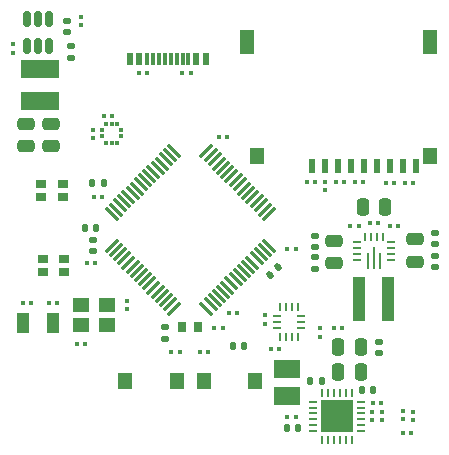
<source format=gbr>
%TF.GenerationSoftware,KiCad,Pcbnew,9.0.3*%
%TF.CreationDate,2025-11-29T09:23:08-06:00*%
%TF.ProjectId,zenith,7a656e69-7468-42e6-9b69-6361645f7063,rev?*%
%TF.SameCoordinates,Original*%
%TF.FileFunction,Paste,Top*%
%TF.FilePolarity,Positive*%
%FSLAX46Y46*%
G04 Gerber Fmt 4.6, Leading zero omitted, Abs format (unit mm)*
G04 Created by KiCad (PCBNEW 9.0.3) date 2025-11-29 09:23:08*
%MOMM*%
%LPD*%
G01*
G04 APERTURE LIST*
G04 Aperture macros list*
%AMRoundRect*
0 Rectangle with rounded corners*
0 $1 Rounding radius*
0 $2 $3 $4 $5 $6 $7 $8 $9 X,Y pos of 4 corners*
0 Add a 4 corners polygon primitive as box body*
4,1,4,$2,$3,$4,$5,$6,$7,$8,$9,$2,$3,0*
0 Add four circle primitives for the rounded corners*
1,1,$1+$1,$2,$3*
1,1,$1+$1,$4,$5*
1,1,$1+$1,$6,$7*
1,1,$1+$1,$8,$9*
0 Add four rect primitives between the rounded corners*
20,1,$1+$1,$2,$3,$4,$5,0*
20,1,$1+$1,$4,$5,$6,$7,0*
20,1,$1+$1,$6,$7,$8,$9,0*
20,1,$1+$1,$8,$9,$2,$3,0*%
G04 Aperture macros list end*
%ADD10RoundRect,0.140000X-0.140000X-0.170000X0.140000X-0.170000X0.140000X0.170000X-0.140000X0.170000X0*%
%ADD11RoundRect,0.079500X-0.079500X-0.100500X0.079500X-0.100500X0.079500X0.100500X-0.079500X0.100500X0*%
%ADD12RoundRect,0.250000X0.250000X0.475000X-0.250000X0.475000X-0.250000X-0.475000X0.250000X-0.475000X0*%
%ADD13RoundRect,0.140000X0.170000X-0.140000X0.170000X0.140000X-0.170000X0.140000X-0.170000X-0.140000X0*%
%ADD14R,0.280000X0.680000*%
%ADD15R,0.680000X0.280000*%
%ADD16R,1.230000X1.360000*%
%ADD17RoundRect,0.079500X-0.100500X0.079500X-0.100500X-0.079500X0.100500X-0.079500X0.100500X0.079500X0*%
%ADD18RoundRect,0.135000X0.185000X-0.135000X0.185000X0.135000X-0.185000X0.135000X-0.185000X-0.135000X0*%
%ADD19RoundRect,0.079500X0.079500X0.100500X-0.079500X0.100500X-0.079500X-0.100500X0.079500X-0.100500X0*%
%ADD20R,0.900000X0.700000*%
%ADD21R,2.160000X1.630000*%
%ADD22RoundRect,0.250000X0.475000X-0.250000X0.475000X0.250000X-0.475000X0.250000X-0.475000X-0.250000X0*%
%ADD23RoundRect,0.079500X0.100500X-0.079500X0.100500X0.079500X-0.100500X0.079500X-0.100500X-0.079500X0*%
%ADD24RoundRect,0.140000X0.140000X0.170000X-0.140000X0.170000X-0.140000X-0.170000X0.140000X-0.170000X0*%
%ADD25R,1.400000X1.200000*%
%ADD26RoundRect,0.140000X-0.170000X0.140000X-0.170000X-0.140000X0.170000X-0.140000X0.170000X0.140000X0*%
%ADD27R,0.280000X0.700000*%
%ADD28R,0.700000X0.280000*%
%ADD29R,2.800000X2.800000*%
%ADD30RoundRect,0.147500X0.147500X0.172500X-0.147500X0.172500X-0.147500X-0.172500X0.147500X-0.172500X0*%
%ADD31R,0.600000X1.300000*%
%ADD32R,1.200000X1.400000*%
%ADD33R,1.200000X2.000000*%
%ADD34R,0.300000X0.300000*%
%ADD35RoundRect,0.150000X0.150000X-0.512500X0.150000X0.512500X-0.150000X0.512500X-0.150000X-0.512500X0*%
%ADD36R,0.250000X0.700000*%
%ADD37R,0.700000X0.250000*%
%ADD38R,0.250000X1.450000*%
%ADD39R,0.250000X1.850000*%
%ADD40R,1.000000X1.800000*%
%ADD41R,0.800000X0.860000*%
%ADD42RoundRect,0.250000X-0.250000X-0.475000X0.250000X-0.475000X0.250000X0.475000X-0.250000X0.475000X0*%
%ADD43RoundRect,0.075000X-0.441942X-0.548008X0.548008X0.441942X0.441942X0.548008X-0.548008X-0.441942X0*%
%ADD44RoundRect,0.075000X0.441942X-0.548008X0.548008X-0.441942X-0.441942X0.548008X-0.548008X0.441942X0*%
%ADD45R,1.000000X3.800000*%
%ADD46RoundRect,0.140000X0.021213X-0.219203X0.219203X-0.021213X-0.021213X0.219203X-0.219203X0.021213X0*%
%ADD47R,3.320000X1.500000*%
%ADD48R,0.550000X1.100000*%
%ADD49R,0.300000X1.100000*%
G04 APERTURE END LIST*
D10*
%TO.C,C26*%
X108870000Y-80580000D03*
X109830000Y-80580000D03*
%TD*%
D11*
%TO.C,R2*%
X112810000Y-71265000D03*
X113500000Y-71265000D03*
%TD*%
%TO.C,R20*%
X135305000Y-80580000D03*
X135995000Y-80580000D03*
%TD*%
%TO.C,C30*%
X119555000Y-76640000D03*
X120245000Y-76640000D03*
%TD*%
D12*
%TO.C,C3*%
X131580000Y-94420000D03*
X129680000Y-94420000D03*
%TD*%
D13*
%TO.C,C9*%
X137840000Y-87710000D03*
X137840000Y-86750000D03*
%TD*%
D14*
%TO.C,U4*%
X126250000Y-91090000D03*
X125750000Y-91090000D03*
X125250000Y-91090000D03*
X124750000Y-91090000D03*
D15*
X124490000Y-91850000D03*
X124490000Y-92350000D03*
X124490000Y-92850000D03*
D14*
X124750000Y-93610000D03*
X125250000Y-93610000D03*
X125750000Y-93610000D03*
X126250000Y-93610000D03*
D15*
X126510000Y-92850000D03*
X126510000Y-92350000D03*
X126510000Y-91850000D03*
%TD*%
D11*
%TO.C,C20*%
X109840000Y-74895000D03*
X110530000Y-74895000D03*
%TD*%
D16*
%TO.C,BOOT*%
X122640000Y-97320000D03*
X118280000Y-97320000D03*
%TD*%
D17*
%TO.C,C15*%
X102130000Y-68820000D03*
X102130000Y-69510000D03*
%TD*%
D18*
%TO.C,R14*%
X107030000Y-69955000D03*
X107030000Y-68935000D03*
%TD*%
D19*
%TO.C,R21*%
X134375000Y-80590000D03*
X133685000Y-80590000D03*
%TD*%
D20*
%TO.C,LED1*%
X104550000Y-80650000D03*
X104550000Y-81750000D03*
X106390000Y-81750000D03*
X106390000Y-80650000D03*
%TD*%
D11*
%TO.C,C32*%
X119195000Y-92820000D03*
X119885000Y-92820000D03*
%TD*%
D20*
%TO.C,LED2*%
X104650000Y-86990000D03*
X104650000Y-88090000D03*
X106490000Y-88090000D03*
X106490000Y-86990000D03*
%TD*%
D21*
%TO.C,L1*%
X125380000Y-98610000D03*
X125380000Y-96270000D03*
%TD*%
D22*
%TO.C,C17*%
X103230000Y-77430000D03*
X103230000Y-75530000D03*
%TD*%
D11*
%TO.C,R12*%
X134075000Y-84180000D03*
X134765000Y-84180000D03*
%TD*%
D13*
%TO.C,C16*%
X106700000Y-67775000D03*
X106700000Y-66815000D03*
%TD*%
D22*
%TO.C,C13*%
X136210000Y-87240000D03*
X136210000Y-85340000D03*
%TD*%
D19*
%TO.C,C8*%
X133065000Y-83970000D03*
X132375000Y-83970000D03*
%TD*%
D17*
%TO.C,R5*%
X135200000Y-99885000D03*
X135200000Y-100575000D03*
%TD*%
D23*
%TO.C,R15*%
X107870000Y-67165000D03*
X107870000Y-66475000D03*
%TD*%
D17*
%TO.C,C19*%
X108945000Y-76090000D03*
X108945000Y-76780000D03*
%TD*%
D19*
%TO.C,R13*%
X131405000Y-84180000D03*
X130715000Y-84180000D03*
%TD*%
D24*
%TO.C,C2*%
X126290000Y-101280000D03*
X125330000Y-101280000D03*
%TD*%
D25*
%TO.C,X1*%
X110140000Y-90890000D03*
X107940000Y-90890000D03*
X107940000Y-92590000D03*
X110140000Y-92590000D03*
%TD*%
D26*
%TO.C,C7*%
X137840000Y-84800000D03*
X137840000Y-85760000D03*
%TD*%
D27*
%TO.C,U3*%
X128320000Y-102320000D03*
X128820000Y-102320000D03*
X129320000Y-102320000D03*
X129820000Y-102320000D03*
X130320000Y-102320000D03*
X130820000Y-102320000D03*
D28*
X131570000Y-101570000D03*
X131570000Y-101070000D03*
X131570000Y-100570000D03*
X131570000Y-100070000D03*
X131570000Y-99570000D03*
X131570000Y-99070000D03*
D27*
X130820000Y-98320000D03*
X130320000Y-98320000D03*
X129820000Y-98320000D03*
X129320000Y-98320000D03*
X128820000Y-98320000D03*
X128330000Y-98320000D03*
D28*
X127570000Y-99070000D03*
X127570000Y-99570000D03*
X127570000Y-100070000D03*
X127570000Y-100570000D03*
X127570000Y-101070000D03*
X127570000Y-101570000D03*
D29*
X129580000Y-100320000D03*
%TD*%
D19*
%TO.C,R23*%
X109125000Y-87290000D03*
X108435000Y-87290000D03*
%TD*%
D30*
%TO.C,D1*%
X121745000Y-94320000D03*
X120775000Y-94320000D03*
%TD*%
D13*
%TO.C,C24*%
X115020000Y-93740000D03*
X115020000Y-92780000D03*
%TD*%
D11*
%TO.C,C37*%
X115555000Y-94860000D03*
X116245000Y-94860000D03*
%TD*%
%TO.C,R16*%
X131115000Y-80482500D03*
X131805000Y-80482500D03*
%TD*%
D19*
%TO.C,R19*%
X127735000Y-80482500D03*
X127045000Y-80482500D03*
%TD*%
D17*
%TO.C,C22*%
X123470000Y-91775000D03*
X123470000Y-92465000D03*
%TD*%
D11*
%TO.C,R10*%
X129305000Y-92860000D03*
X129995000Y-92860000D03*
%TD*%
D31*
%TO.C,SD Card*%
X127450000Y-79160000D03*
X128550000Y-79160000D03*
X129650000Y-79160000D03*
X130750000Y-79160000D03*
X131850000Y-79160000D03*
X132950000Y-79160000D03*
X134050000Y-79160000D03*
X135150000Y-79160000D03*
X136250000Y-79160000D03*
D32*
X137450000Y-78310000D03*
D33*
X137450000Y-68600000D03*
X121930000Y-68600000D03*
D32*
X122770000Y-78310000D03*
%TD*%
D11*
%TO.C,R11*%
X132585000Y-99210000D03*
X133275000Y-99210000D03*
%TD*%
D34*
%TO.C,U2*%
X109710000Y-76100000D03*
X109710000Y-76600000D03*
X109990000Y-77130000D03*
X110490000Y-77130000D03*
X110990000Y-77130000D03*
X111270000Y-76600000D03*
X111270000Y-76100000D03*
X110990000Y-75570000D03*
X110490000Y-75570000D03*
X109990000Y-75570000D03*
%TD*%
D12*
%TO.C,C5*%
X131580000Y-96570000D03*
X129680000Y-96570000D03*
%TD*%
D19*
%TO.C,C28*%
X121105000Y-91600000D03*
X120415000Y-91600000D03*
%TD*%
%TO.C,C36*%
X105860000Y-90720000D03*
X105170000Y-90720000D03*
%TD*%
%TO.C,R22*%
X118665000Y-94860000D03*
X117975000Y-94860000D03*
%TD*%
D35*
%TO.C,U6*%
X103320000Y-68920000D03*
X104270000Y-68920000D03*
X105220000Y-68920000D03*
X105220000Y-66645000D03*
X104270000Y-66645000D03*
X103320000Y-66645000D03*
%TD*%
D17*
%TO.C,R4*%
X136000000Y-99905000D03*
X136000000Y-100595000D03*
%TD*%
D36*
%TO.C,U1*%
X133470000Y-85090000D03*
X132970000Y-85090000D03*
X132470000Y-85090000D03*
X131970000Y-85090000D03*
D37*
X131270000Y-85540000D03*
X131270000Y-86040000D03*
X131270000Y-86540000D03*
X131270000Y-87040000D03*
D38*
X132220000Y-87130000D03*
D39*
X132720000Y-86930000D03*
D38*
X133220000Y-87130000D03*
D37*
X134170000Y-87040000D03*
X134170000Y-86540000D03*
X134170000Y-86040000D03*
X134170000Y-85540000D03*
%TD*%
D17*
%TO.C,R9*%
X128170000Y-92865000D03*
X128170000Y-93555000D03*
%TD*%
D40*
%TO.C,X2*%
X103030000Y-92450000D03*
X105530000Y-92450000D03*
%TD*%
D41*
%TO.C,L4*%
X116440000Y-92760000D03*
X117840000Y-92760000D03*
%TD*%
D42*
%TO.C,C12*%
X131780000Y-82570000D03*
X133680000Y-82570000D03*
%TD*%
D11*
%TO.C,C35*%
X103000000Y-90710000D03*
X103690000Y-90710000D03*
%TD*%
D17*
%TO.C,C33*%
X111790000Y-90515000D03*
X111790000Y-91205000D03*
%TD*%
D11*
%TO.C,C34*%
X107590000Y-94200000D03*
X108280000Y-94200000D03*
%TD*%
D16*
%TO.C,RESET*%
X111670000Y-97360000D03*
X116030000Y-97360000D03*
%TD*%
D11*
%TO.C,C29*%
X125375000Y-86170000D03*
X126065000Y-86170000D03*
%TD*%
D19*
%TO.C,C21*%
X124665000Y-94590000D03*
X123975000Y-94590000D03*
%TD*%
D13*
%TO.C,C10*%
X127690000Y-85990000D03*
X127690000Y-85030000D03*
%TD*%
D22*
%TO.C,C18*%
X105390000Y-77430000D03*
X105390000Y-75530000D03*
%TD*%
D43*
%TO.C,U5*%
X110495519Y-85881181D03*
X110849072Y-86234734D03*
X111202625Y-86588287D03*
X111556179Y-86941841D03*
X111909732Y-87295394D03*
X112263286Y-87648948D03*
X112616839Y-88002501D03*
X112970392Y-88356054D03*
X113323946Y-88709608D03*
X113677499Y-89063161D03*
X114031052Y-89416714D03*
X114384606Y-89770268D03*
X114738159Y-90123821D03*
X115091713Y-90477375D03*
X115445266Y-90830928D03*
X115798819Y-91184481D03*
D44*
X118521181Y-91184481D03*
X118874734Y-90830928D03*
X119228287Y-90477375D03*
X119581841Y-90123821D03*
X119935394Y-89770268D03*
X120288948Y-89416714D03*
X120642501Y-89063161D03*
X120996054Y-88709608D03*
X121349608Y-88356054D03*
X121703161Y-88002501D03*
X122056714Y-87648948D03*
X122410268Y-87295394D03*
X122763821Y-86941841D03*
X123117375Y-86588287D03*
X123470928Y-86234734D03*
X123824481Y-85881181D03*
D43*
X123824481Y-83158819D03*
X123470928Y-82805266D03*
X123117375Y-82451713D03*
X122763821Y-82098159D03*
X122410268Y-81744606D03*
X122056714Y-81391052D03*
X121703161Y-81037499D03*
X121349608Y-80683946D03*
X120996054Y-80330392D03*
X120642501Y-79976839D03*
X120288948Y-79623286D03*
X119935394Y-79269732D03*
X119581841Y-78916179D03*
X119228287Y-78562625D03*
X118874734Y-78209072D03*
X118521181Y-77855519D03*
D44*
X115798819Y-77855519D03*
X115445266Y-78209072D03*
X115091713Y-78562625D03*
X114738159Y-78916179D03*
X114384606Y-79269732D03*
X114031052Y-79623286D03*
X113677499Y-79976839D03*
X113323946Y-80330392D03*
X112970392Y-80683946D03*
X112616839Y-81037499D03*
X112263286Y-81391052D03*
X111909732Y-81744606D03*
X111556179Y-82098159D03*
X111202625Y-82451713D03*
X110849072Y-82805266D03*
X110495519Y-83158819D03*
%TD*%
D13*
%TO.C,C1*%
X133150000Y-94970000D03*
X133150000Y-94010000D03*
%TD*%
D10*
%TO.C,C27*%
X108240000Y-84360000D03*
X109200000Y-84360000D03*
%TD*%
D11*
%TO.C,C31*%
X109005000Y-81720000D03*
X109695000Y-81720000D03*
%TD*%
D45*
%TO.C,L2*%
X131480000Y-90390000D03*
X133880000Y-90390000D03*
%TD*%
D46*
%TO.C,C23*%
X123930589Y-88319411D03*
X124609411Y-87640589D03*
%TD*%
D19*
%TO.C,R17*%
X130205000Y-80512500D03*
X129515000Y-80512500D03*
%TD*%
D22*
%TO.C,C14*%
X129330000Y-87370000D03*
X129330000Y-85470000D03*
%TD*%
D23*
%TO.C,R8*%
X132570000Y-100645000D03*
X132570000Y-99955000D03*
%TD*%
D24*
%TO.C,C4*%
X128270000Y-97290000D03*
X127310000Y-97290000D03*
%TD*%
D19*
%TO.C,R3*%
X135875000Y-101700000D03*
X135185000Y-101700000D03*
%TD*%
D23*
%TO.C,R18*%
X128570000Y-81137500D03*
X128570000Y-80447500D03*
%TD*%
D24*
%TO.C,C6*%
X132660000Y-98070000D03*
X131700000Y-98070000D03*
%TD*%
D47*
%TO.C,L3*%
X104390000Y-70940000D03*
X104390000Y-73600000D03*
%TD*%
D17*
%TO.C,R6*%
X133380000Y-99975000D03*
X133380000Y-100665000D03*
%TD*%
D13*
%TO.C,C11*%
X127680000Y-87820000D03*
X127680000Y-86860000D03*
%TD*%
D48*
%TO.C,USB1*%
X118450000Y-70040000D03*
X117650000Y-70040000D03*
D49*
X117000000Y-70040000D03*
X116500000Y-70040000D03*
X116000000Y-70040000D03*
X115500000Y-70040000D03*
X115000000Y-70040000D03*
X114500000Y-70040000D03*
X114000000Y-70040000D03*
X113500000Y-70040000D03*
D48*
X112850000Y-70040000D03*
X112050000Y-70040000D03*
%TD*%
D11*
%TO.C,R7*%
X125375000Y-100350000D03*
X126065000Y-100350000D03*
%TD*%
D13*
%TO.C,C25*%
X108960000Y-86320000D03*
X108960000Y-85360000D03*
%TD*%
D19*
%TO.C,R1*%
X117175000Y-71235000D03*
X116485000Y-71235000D03*
%TD*%
M02*

</source>
